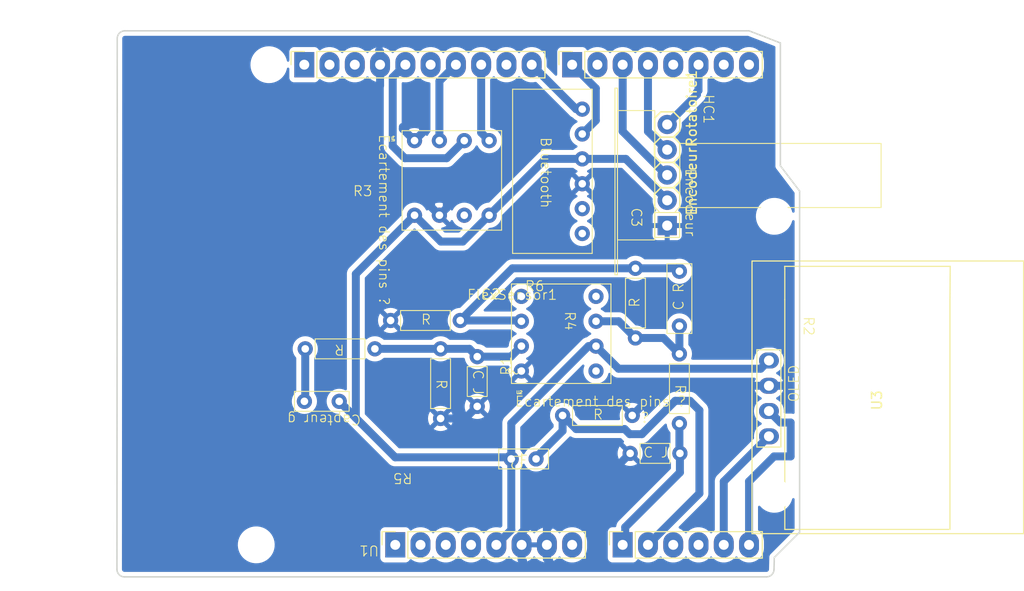
<source format=kicad_pcb>
(kicad_pcb (version 20221018) (generator pcbnew)
  (title_block (date "mar. 31 mars 2015"))
  (layers (0 "F.Cu" signal) (31 "B.Cu" signal) (34 "B.Paste" user) (35 "F.Paste" user) (36 "B.SilkS" user "B.Silkscreen") (37 "F.SilkS" user "F.Silkscreen") (38 "B.Mask" user) (39 "F.Mask" user) (44 "Edge.Cuts" user))
  (net 0 "")
  (net 1 "GND")
  (net 3 "+5V")
  (net 4 "/IOREF")
  (net 5 "Net-(U2-OUT)")
  (net 6 "Net-(U2--IN)")
  (net 7 "/A2")
  (net 8 "/A3")
  (net 9 "A0")
  (net 10 "Net-(U2-+IN)")
  (net 11 "A1")
  (net 12 "/12")
  (net 13 "/AREF")
  (net 14 "D8")
  (net 15 "D7")
  (net 16 "A5")
  (net 17 "A4")
  (net 18 "/*9")
  (net 19 "D13")
  (net 20 "D11")
  (net 21 "/*6")
  (net 22 "D10")
  (net 23 "/TX{slash}1")
  (net 24 "/*3")
  (net 25 "/RX{slash}0")
  (net 26 "VCC")
  (net 27 "/~{RESET}")
  (net 28 "D5")
  (net 29 "D4")
  (net 30 "D2")
  (net 31 "Net-(U1-A0)")
  (net 36 "+3V3")
  (footprint "Connector_PinSocket_2.54mm:PinSocket_1x08_P2.54mm_Vertical" (layer "F.Cu") (at 127.94 97.46 90)
    (fp_text reference "J1" hide)
    (fp_text value "Power")
    (fp_line (start -1.33 1.27) (end -1.33 19.11) (stroke (width 0.12)) (layer "F.SilkS"))
    (fp_line (start -1.33 1.27) (end 1.33 1.27) (stroke (width 0.12)) (layer "F.SilkS"))
    (fp_line (start -1.33 19.11) (end 1.33 19.11) (stroke (width 0.12)) (layer "F.SilkS"))
    (fp_line (start 0 -1.33) (end 1.33 -1.33) (stroke (width 0.12)) (layer "F.SilkS"))
    (fp_line (start 1.33 -1.33) (end 1.33 0) (stroke (width 0.12)) (layer "F.SilkS"))
    (fp_line (start 1.33 1.27) (end 1.33 19.11) (stroke (width 0.12)) (layer "F.SilkS"))
    (pad "1" thru_hole rect locked (at 0 0 90) (size 2.54 2) (drill 1) (layers "*.Cu" "*.Mask"))
    (pad "2" thru_hole oval locked (at 0 2.54 90) (size 2.54 2) (drill 1) (layers "*.Cu" "*.Mask") (net 4 "/IOREF"))
    (pad "3" thru_hole oval locked (at 0 5.08 90) (size 2.54 2) (drill 1) (layers "*.Cu" "*.Mask") (net 27 "/~{RESET}"))
    (pad "4" thru_hole oval locked (at 0 7.62 90) (size 2.54 2) (drill 1) (layers "*.Cu" "*.Mask") (net 36 "+3V3"))
    (pad "5" thru_hole oval locked (at 0 10.16 90) (size 2.54 2) (drill 1) (layers "*.Cu" "*.Mask") (net 3 "+5V"))
    (pad "6" thru_hole oval locked (at 0 12.7 90) (size 2.54 2) (drill 1) (layers "*.Cu" "*.Mask") (net 1 "GND"))
    (pad "7" thru_hole oval locked (at 0 15.24 90) (size 2.54 2) (drill 1) (layers "*.Cu" "*.Mask") (net 1 "GND"))
    (pad "8" thru_hole oval locked (at 0 17.78 90) (size 2.54 2) (drill 1) (layers "*.Cu" "*.Mask") (net 26 "VCC"))
  )
  (footprint "Connector_PinSocket_2.54mm:PinSocket_1x06_P2.54mm_Vertical" (layer "F.Cu") (at 150.8 97.46 90)
    (fp_text reference "J3" hide)
    (fp_text value "Analog")
    (fp_line (start -1.33 1.27) (end -1.33 14.03) (stroke (width 0.12)) (layer "F.SilkS"))
    (fp_line (start -1.33 1.27) (end 1.33 1.27) (stroke (width 0.12)) (layer "F.SilkS"))
    (fp_line (start -1.33 14.03) (end 1.33 14.03) (stroke (width 0.12)) (layer "F.SilkS"))
    (fp_line (start 0 -1.33) (end 1.33 -1.33) (stroke (width 0.12)) (layer "F.SilkS"))
    (fp_line (start 1.33 -1.33) (end 1.33 0) (stroke (width 0.12)) (layer "F.SilkS"))
    (fp_line (start 1.33 1.27) (end 1.33 14.03) (stroke (width 0.12)) (layer "F.SilkS"))
    (pad "1" thru_hole rect locked (at 0 0 90) (size 2.54 2) (drill 1) (layers "*.Cu" "*.Mask") (net 9 "A0"))
    (pad "2" thru_hole oval locked (at 0 2.54 90) (size 2.54 2) (drill 1) (layers "*.Cu" "*.Mask") (net 11 "A1"))
    (pad "3" thru_hole oval locked (at 0 5.08 90) (size 2.54 2) (drill 1) (layers "*.Cu" "*.Mask") (net 7 "/A2"))
    (pad "4" thru_hole oval locked (at 0 7.62 90) (size 2.54 2) (drill 1) (layers "*.Cu" "*.Mask") (net 8 "/A3"))
    (pad "5" thru_hole oval locked (at 0 10.16 90) (size 2.54 2) (drill 1) (layers "*.Cu" "*.Mask") (net 17 "A4"))
    (pad "6" thru_hole oval locked (at 0 12.7 90) (size 2.54 2) (drill 1) (layers "*.Cu" "*.Mask") (net 16 "A5"))
  )
  (footprint "Connector_PinSocket_2.54mm:PinSocket_1x10_P2.54mm_Vertical" (layer "F.Cu") (at 118.796 49.2 90)
    (fp_text reference "J2" hide)
    (fp_text value "Digital/PWM")
    (fp_line (start -1.33 1.27) (end -1.33 24.19) (stroke (width 0.12)) (layer "F.SilkS"))
    (fp_line (start -1.33 1.27) (end 1.33 1.27) (stroke (width 0.12)) (layer "F.SilkS"))
    (fp_line (start -1.33 24.19) (end 1.33 24.19) (stroke (width 0.12)) (layer "F.SilkS"))
    (fp_line (start 0 -1.33) (end 1.33 -1.33) (stroke (width 0.12)) (layer "F.SilkS"))
    (fp_line (start 1.33 -1.33) (end 1.33 0) (stroke (width 0.12)) (layer "F.SilkS"))
    (fp_line (start 1.33 1.27) (end 1.33 24.19) (stroke (width 0.12)) (layer "F.SilkS"))
    (pad "1" thru_hole rect locked (at 0 0 90) (size 2.54 2) (drill 1) (layers "*.Cu" "*.Mask"))
    (pad "2" thru_hole oval locked (at 0 2.54 90) (size 2.54 2) (drill 1) (layers "*.Cu" "*.Mask"))
    (pad "3" thru_hole oval locked (at 0 5.08 90) (size 2.54 2) (drill 1) (layers "*.Cu" "*.Mask") (net 13 "/AREF"))
    (pad "4" thru_hole oval locked (at 0 7.62 90) (size 2.54 2) (drill 1) (layers "*.Cu" "*.Mask") (net 1 "GND"))
    (pad "5" thru_hole oval locked (at 0 10.16 90) (size 2.54 2) (drill 1) (layers "*.Cu" "*.Mask") (net 19 "D13"))
    (pad "6" thru_hole oval locked (at 0 12.7 90) (size 2.54 2) (drill 1) (layers "*.Cu" "*.Mask") (net 12 "/12"))
    (pad "7" thru_hole oval locked (at 0 15.24 90) (size 2.54 2) (drill 1) (layers "*.Cu" "*.Mask") (net 20 "D11"))
    (pad "8" thru_hole oval locked (at 0 17.78 90) (size 2.54 2) (drill 1) (layers "*.Cu" "*.Mask") (net 22 "D10"))
    (pad "9" thru_hole oval locked (at 0 20.32 90) (size 2.54 2) (drill 1) (layers "*.Cu" "*.Mask") (net 18 "/*9"))
    (pad "10" thru_hole oval locked (at 0 22.86 90) (size 2.54 2) (drill 1) (layers "*.Cu" "*.Mask") (net 14 "D8"))
  )
  (footprint "Connector_PinSocket_2.54mm:PinSocket_1x08_P2.54mm_Vertical" (layer "F.Cu") (at 145.72 49.2 90)
    (fp_text reference "J4" hide)
    (fp_text value "Digital/PWM")
    (fp_line (start -1.33 1.27) (end -1.33 19.11) (stroke (width 0.12)) (layer "F.SilkS"))
    (fp_line (start -1.33 1.27) (end 1.33 1.27) (stroke (width 0.12)) (layer "F.SilkS"))
    (fp_line (start -1.33 19.11) (end 1.33 19.11) (stroke (width 0.12)) (layer "F.SilkS"))
    (fp_line (start 0 -1.33) (end 1.33 -1.33) (stroke (width 0.12)) (layer "F.SilkS"))
    (fp_line (start 1.33 -1.33) (end 1.33 0) (stroke (width 0.12)) (layer "F.SilkS"))
    (fp_line (start 1.33 1.27) (end 1.33 19.11) (stroke (width 0.12)) (layer "F.SilkS"))
    (pad "1" thru_hole rect locked (at 0 0 90) (size 2.54 2) (drill 1) (layers "*.Cu" "*.Mask") (net 15 "D7"))
    (pad "2" thru_hole oval locked (at 0 2.54 90) (size 2.54 2) (drill 1) (layers "*.Cu" "*.Mask") (net 21 "/*6"))
    (pad "3" thru_hole oval locked (at 0 5.08 90) (size 2.54 2) (drill 1) (layers "*.Cu" "*.Mask") (net 28 "D5"))
    (pad "4" thru_hole oval locked (at 0 7.62 90) (size 2.54 2) (drill 1) (layers "*.Cu" "*.Mask") (net 29 "D4"))
    (pad "5" thru_hole oval locked (at 0 10.16 90) (size 2.54 2) (drill 1) (layers "*.Cu" "*.Mask") (net 24 "/*3"))
    (pad "6" thru_hole oval locked (at 0 12.7 90) (size 2.54 2) (drill 1) (layers "*.Cu" "*.Mask") (net 30 "D2"))
    (pad "7" thru_hole oval locked (at 0 15.24 90) (size 2.54 2) (drill 1) (layers "*.Cu" "*.Mask") (net 23 "/TX{slash}1"))
    (pad "8" thru_hole oval locked (at 0 17.78 90) (size 2.54 2) (drill 1) (layers "*.Cu" "*.Mask") (net 25 "/RX{slash}0"))
  )
  (footprint "MOSH_empreintes:Capa rouge" (layer "F.Cu") (at 156.5004 75.4596 90)
    (fp_text reference "C1" (at -13.6 -16.3 90 unlocked) (layer "F.SilkS") (effects (font (thickness 0.1))))
    (fp_text value "C")
    (fp_text user "C R" (at 1.5 0.5 90 unlocked) (layer "F.SilkS") (effects (font (thickness 0.1)) (justify left bottom)))
    (fp_line (start -0.75 -1.25) (end -0.75 1.25) (stroke (width 0.1)) (layer "F.SilkS"))
    (fp_line (start -0.75 1.25) (end 6.25 1.25) (stroke (width 0.1)) (layer "F.SilkS"))
    (fp_line (start 6.25 -1.25) (end -0.75 -1.25) (stroke (width 0.1)) (layer "F.SilkS"))
    (fp_line (start 6.25 1.25) (end 6.25 -1.25) (stroke (width 0.1)) (layer "F.SilkS"))
    (pad "1" thru_hole circle (at 0 0 90) (size 1.524 1.524) (drill 0.762) (layers "*.Cu" "*.Mask") (net 5 "Net-(U2-OUT)"))
    (pad "2" thru_hole circle (at 5.5 0 90) (size 1.524 1.524) (drill 0.762) (layers "*.Cu" "*.Mask") (net 6 "Net-(U2--IN)"))
  )
  (footprint "MOSH_empreintes:LTC1050 et MCP" (layer "F.Cu") (at 139.6184 81.2386)
    (fp_text reference "U2" (at 0.8 0.9) (layer "F.SilkS") (effects (font (size 0.314961 0.314961))))
    (fp_text value "LTC1050")
    (fp_text user "Écartement des pins ?" (at 0.3 2.4 unlocked) (layer "F.SilkS") (effects (font (thickness 0.1)) (justify left bottom)))
    (fp_line (start 0 -10) (end 10 -10) (stroke (width 0.1)) (layer "F.SilkS"))
    (fp_line (start 0 0) (end 0 -10) (stroke (width 0.1)) (layer "F.SilkS"))
    (fp_line (start 10 -10) (end 10 0) (stroke (width 0.1)) (layer "F.SilkS"))
    (fp_line (start 10 0) (end 0 0) (stroke (width 0.1)) (layer "F.SilkS"))
    (pad "1" thru_hole circle (at 1 -8.75) (size 1.524 1.524) (drill 0.762) (layers "*.Cu" "*.Mask"))
    (pad "2" thru_hole circle (at 1 -6.25) (size 1.524 1.524) (drill 0.762) (layers "*.Cu" "*.Mask") (net 6 "Net-(U2--IN)"))
    (pad "3" thru_hole circle (at 1 -3.75) (size 1.524 1.524) (drill 0.762) (layers "*.Cu" "*.Mask") (net 10 "Net-(U2-+IN)"))
    (pad "4" thru_hole circle (at 1 -1.25) (size 1.524 1.524) (drill 0.762) (layers "*.Cu" "*.Mask") (net 1 "GND"))
    (pad "5" thru_hole circle (at 8.5 -8.75) (size 1.524 1.524) (drill 0.762) (layers "*.Cu" "*.Mask"))
    (pad "6" thru_hole circle (at 8.5 -6.25) (size 1.524 1.524) (drill 0.762) (layers "*.Cu" "*.Mask") (net 5 "Net-(U2-OUT)"))
    (pad "7" thru_hole circle (at 8.5 -3.75) (size 1.524 1.524) (drill 0.762) (layers "*.Cu" "*.Mask") (net 3 "+5V"))
    (pad "8" thru_hole circle (at 8.5 -1.25) (size 1.524 1.524) (drill 0.762) (layers "*.Cu" "*.Mask"))
  )
  (footprint "Arduino_MountingHole:MountingHole_3.2mm" (layer "F.Cu") (at 115.24 49.2)
    (fp_text reference "MH1" hide)
    (fp_text value "MountingHole_3.2mm" hide)
    (pad "" np_thru_hole circle locked (at 0 0) (size 3.2 3.2) (drill 3.2) (layers "*.Cu" "*.Mask"))
  )
  (footprint "MOSH_empreintes:LTC1050 et MCP" (layer "F.Cu") (at 128.628 55.8316 -90)
    (fp_text reference "U4" (at 0.8 0.9 -90) (layer "F.SilkS") (effects (font (size 0.314961 0.314961))))
    (fp_text value "MCP41100")
    (fp_text user "Écartement des pins ?" (at 0.3 2.4 -90 unlocked) (layer "F.SilkS") (effects (font (thickness 0.1)) (justify left bottom)))
    (fp_line (start 0 -10) (end 10 -10) (stroke (width 0.1)) (layer "F.SilkS"))
    (fp_line (start 0 0) (end 0 -10) (stroke (width 0.1)) (layer "F.SilkS"))
    (fp_line (start 10 -10) (end 10 0) (stroke (width 0.1)) (layer "F.SilkS"))
    (fp_line (start 10 0) (end 0 0) (stroke (width 0.1)) (layer "F.SilkS"))
    (pad "1" thru_hole circle (at 1 -8.75 270) (size 1.524 1.524) (drill 0.762) (layers "*.Cu" "*.Mask") (net 22 "D10"))
    (pad "2" thru_hole circle (at 1 -6.25 270) (size 1.524 1.524) (drill 0.762) (layers "*.Cu" "*.Mask") (net 19 "D13"))
    (pad "3" thru_hole circle (at 1 -3.75 270) (size 1.524 1.524) (drill 0.762) (layers "*.Cu" "*.Mask") (net 20 "D11"))
    (pad "4" thru_hole circle (at 1 -1.25 270) (size 1.524 1.524) (drill 0.762) (layers "*.Cu" "*.Mask") (net 1 "GND"))
    (pad "5" thru_hole circle (at 8.5 -8.75 270) (size 1.524 1.524) (drill 0.762) (layers "*.Cu" "*.Mask") (net 3 "+5V"))
    (pad "6" thru_hole circle (at 8.5 -6.25 270) (size 1.524 1.524) (drill 0.762) (layers "*.Cu" "*.Mask"))
    (pad "7" thru_hole circle (at 8.5 -3.75 270) (size 1.524 1.524) (drill 0.762) (layers "*.Cu" "*.Mask") (net 1 "GND"))
    (pad "8" thru_hole circle (at 8.5 -1.25 270) (size 1.524 1.524) (drill 0.762) (layers "*.Cu" "*.Mask") (net 3 "+5V"))
  )
  (footprint "MOSH_empreintes:capteur graphite" (layer "F.Cu") (at 122.3094 83.0366 180)
    (fp_text reference "U1" (at -3 -15 180 unlocked) (layer "F.SilkS") (effects (font (thickness 0.1))))
    (fp_text value "~")
    (fp_text user "Capteur g" (at -2.25 -1.25 180 unlocked) (layer "F.SilkS") (effects (font (thickness 0.1)) (justify left bottom)))
    (fp_rect (start -1 -1) (end 4.5 1) (stroke (width 0.1)) (fill none) (layer "F.SilkS"))
    (pad "1" thru_hole circle (at 0 0 180) (size 1.524 1.524) (drill 0.762) (layers "*.Cu" "*.Mask") (net 3 "+5V"))
    (pad "2" thru_hole circle (at 3.5 0 180) (size 1.524 1.524) (drill 0.762) (layers "*.Cu" "*.Mask") (net 31 "Net-(U1-A0)"))
  )
  (footprint "MOSH_empreintes:Capteur FLEX" (layer "F.Cu") (at 139.5932 88.824)
    (fp_text reference "FlexSensor1" (at 0.1 -16.5 unlocked) (layer "F.SilkS") (effects (font (thickness 0.1))))
    (fp_text value "~")
    (fp_text user "F" (at 0.75 0.75 unlocked) (layer "F.SilkS") (effects (font (thickness 0.1)) (justify left bottom)))
    (fp_line (start -1.25 -1) (end -1.25 1) (stroke (width 0.1)) (layer "F.SilkS"))
    (fp_line (start -1.25 1) (end 3.75 1) (stroke (width 0.1)) (layer "F.SilkS"))
    (fp_line (start 3.75 -1) (end -1.25 -1) (stroke (width 0.1)) (layer "F.SilkS"))
    (fp_line (start 3.75 1) (end 3.75 -1) (stroke (width 0.1)) (layer "F.SilkS"))
    (pad "1" thru_hole circle (at 0 0) (size 1.524 1.524) (drill 0.762) (layers "*.Cu" "*.Mask") (net 3 "+5V"))
    (pad "2" thru_hole circle (at 2.5 0) (size 1.524 1.524) (drill 0.762) (layers "*.Cu" "*.Mask") (net 11 "A1"))
  )
  (footprint "MOSH_empreintes:Capa jaune" (layer "F.Cu") (at 136.1804 78.5446 -90)
    (fp_text reference "C3" (at -14 -16 -90 unlocked) (layer "F.SilkS") (effects (font (thickness 0.1))))
    (fp_text value "C")
    (fp_text user "?" (at 1 -3 -90 unlocked) (layer "F.SilkS") (effects (font (thickness 0.1)) (justify left bottom)))
    (fp_text user "C J" (at 1.25 0.5 -90 unlocked) (layer "F.SilkS") (effects (font (thickness 0.1)) (justify left bottom)))
    (fp_rect (start 1 -1) (end 4 1) (stroke (width 0.1)) (fill none) (layer "F.SilkS"))
    (pad "1" thru_hole circle (at 0 0 270) (size 1.524 1.524) (drill 0.762) (layers "*.Cu" "*.Mask") (net 10 "Net-(U2-+IN)"))
    (pad "2" thru_hole circle (at 5 0 270) (size 1.524 1.524) (drill 0.762) (layers "*.Cu" "*.Mask") (net 1 "GND"))
  )
  (footprint "MOSH_empreintes:OLED SCREEN" (layer "F.Cu") (at 176.0984 82.9312 90)
    (fp_text reference "U3" (at 0 0.254 90) (layer "F.SilkS"))
    (fp_text value "~" hide)
    (fp_text user "OLED" (at -0.25 -7.5 90 unlocked) (layer "F.SilkS") (effects (font (thickness 0.1)) (justify left bottom)))
    (fp_line (start -13.4 -12.3) (end 14 -12.3) (stroke (width 0.12)) (layer "F.SilkS"))
    (fp_line (start -13.4 15) (end -13.4 -12.3) (stroke (width 0.12)) (layer "F.SilkS"))
    (fp_line (start -12.978 -9.005) (end 10.122 -9.005) (stroke (width 0.12)) (layer "F.SilkS"))
    (fp_line (start -12.978 7.595) (end -12.978 -9.005) (stroke (width 0.12)) (layer "F.SilkS"))
    (fp_line (start -4.699 -11.811) (end -4.699 -9.398) (stroke (width 0.12)) (layer "F.SilkS"))
    (fp_line (start -4.699 -11.811) (end 5.08 -11.811) (stroke (width 0.12)) (layer "F.SilkS"))
    (fp_line (start 5.08 -11.811) (end 5.08 -9.398) (stroke (width 0.12)) (layer "F.SilkS"))
    (fp_line (start 5.08 -9.398) (end -4.699 -9.398) (stroke (width 0.12)) (layer "F.SilkS"))
    (fp_line (start 10.122 -9.005) (end 13.208 -9.005) (stroke (width 0.12)) (layer "F.SilkS"))
    (fp_line (start 10.122 7.595) (end -12.978 7.595) (stroke (width 0.12)) (layer "F.SilkS"))
    (fp_line (start 10.122 7.595) (end 13.462 7.62) (stroke (width 0.12)) (layer "F.SilkS"))
    (fp_line (start 13.462 -9.017) (end 13.208 -9.005) (stroke (width 0.12)) (layer "F.SilkS"))
    (fp_line (start 13.462 7.62) (end 13.462 -9.017) (stroke (width 0.12)) (layer "F.SilkS"))
    (fp_line (start 14 -12.3) (end 14 15) (stroke (width 0.12)) (layer "F.SilkS"))
    (fp_line (start 14 15) (end -13.4 15) (stroke (width 0.12)) (layer "F.SilkS"))
    (pad "1" thru_hole oval (at -3.62 -10.6 180) (size 2 1.6) (drill 1) (layers "*.Cu" "*.Mask") (net 17 "A4"))
    (pad "2" thru_hole oval (at -1.08 -10.6 180) (size 2 1.6) (drill 1) (layers "*.Cu" "*.Mask") (net 16 "A5"))
    (pad "3" thru_hole oval (at 1.46 -10.6 180) (size 2 1.6) (drill 1) (layers "*.Cu" "*.Mask") (net 1 "GND"))
    (pad "4" thru_hole oval (at 4 -10.6 180) (size 2 1.6) (drill 1) (layers "*.Cu" "*.Mask") (net 3 "+5V"))
  )
  (footprint "MOSH_empreintes:R 65 2" (layer "F.Cu") (at 127.4734 74.9086)
    (fp_text reference "R3" (at -2.8 -13 unlocked) (layer "F.SilkS") (effects (font (thickness 0.1))))
    (fp_text value "R")
    (fp_text user "R" (at 3 0.5 unlocked) (layer "F.SilkS") (effects (font (thickness 0.1)) (justify left bottom)))
    (fp_line (start 1 -1) (end 1 1) (stroke (width 0.1)) (layer "F.SilkS"))
    (fp_line (start 1 1) (end 6 1) (stroke (width 0.1)) (layer "F.SilkS"))
    (fp_line (start 6 -1) (end 1 -1) (stroke (width 0.1)) (layer "F.SilkS"))
    (fp_line (start 6 1) (end 6 -1) (stroke (width 0.1)) (layer "F.SilkS"))
    (pad "1" thru_hole circle (at 0 0) (size 1.524 1.524) (drill 0.762) (layers "*.Cu" "*.Mask") (net 1 "GND"))
    (pad "2" thru_hole circle (at 7 0) (size 1.524 1.524) (drill 0.762) (layers "*.Cu" "*.Mask") (net 6 "Net-(U2--IN)"))
  )
  (footprint "MOSH_empreintes:R 65 2" (layer "F.Cu") (at 152.0808 76.6668 90)
    (fp_text reference "R1" (at -2.8 -13 90 unlocked) (layer "F.SilkS") (effects (font (thickness 0.1))))
    (fp_text value "R")
    (fp_text user "R" (at 3 0.5 90 unlocked) (layer "F.SilkS") (effects (font (thickness 0.1)) (justify left bottom)))
    (fp_line (start 1 -1) (end 1 1) (stroke (width 0.1)) (layer "F.SilkS"))
    (fp_line (start 1 1) (end 6 1) (stroke (width 0.1)) (layer "F.SilkS"))
    (fp_line (start 6 -1) (end 1 -1) (stroke (width 0.1)) (layer "F.SilkS"))
    (fp_line (start 6 1) (end 6 -1) (stroke (width 0.1)) (layer "F.SilkS"))
    (pad "1" thru_hole circle (at 0 0 90) (size 1.524 1.524) (drill 0.762) (layers "*.Cu" "*.Mask") (net 5 "Net-(U2-OUT)"))
    (pad "2" thru_hole circle (at 7 0 90) (size 1.524 1.524) (drill 0.762) (layers "*.Cu" "*.Mask") (net 6 "Net-(U2--IN)"))
  )
  (footprint "MOSH_empreintes:R 65 2" (layer "F.Cu") (at 156.5004 78.2666 -90)
    (fp_text reference "R2" (at -2.8 -13 -90 unlocked) (layer "F.SilkS") (effects (font (thickness 0.1))))
    (fp_text value "R")
    (fp_text user "R" (at 3 0.5 -90 unlocked) (layer "F.SilkS") (effects (font (thickness 0.1)) (justify left bottom)))
    (fp_line (start 1 -1) (end 1 1) (stroke (width 0.1)) (layer "F.SilkS"))
    (fp_line (start 1 1) (end 6 1) (stroke (width 0.1)) (layer "F.SilkS"))
    (fp_line (start 6 -1) (end 1 -1) (stroke (width 0.1)) (layer "F.SilkS"))
    (fp_line (start 6 1) (end 6 -1) (stroke (width 0.1)) (layer "F.SilkS"))
    (pad "1" thru_hole circle (at 0 0 270) (size 1.524 1.524) (drill 0.762) (layers "*.Cu" "*.Mask") (net 5 "Net-(U2-OUT)"))
    (pad "2" thru_hole circle (at 7 0 270) (size 1.524 1.524) (drill 0.762) (layers "*.Cu" "*.Mask") (net 9 "A0"))
  )
  (footprint "MOSH_empreintes:Bluetooth HC-05" (layer "F.Cu") (at 146.736 53.6672 -90)
    (fp_text reference "HC1" (at 0 -12.7 -90 unlocked) (layer "F.SilkS") (effects (font (thickness 0.1))))
    (fp_text value "~")
    (fp_text user "Bluetooth" (at 2.75 4.25 -90 unlocked) (layer "F.SilkS") (effects (font (thickness 0.1)) (justify left bottom)))
    (fp_line (start -2 7) (end 14.5 7) (stroke (width 0.1)) (layer "F.SilkS"))
    (fp_line (start 14.5 -1) (end -2 -1) (stroke (width 0.1)) (layer "F.SilkS"))
    (fp_line (start 14.5 7) (end 14.5 -1) (stroke (width 0.1)) (layer "F.SilkS"))
    (fp_rect (start -2 7) (end -2 -1) (stroke (width 0.1)) (fill none) (layer "F.SilkS"))
    (pad "1" thru_hole circle (at 0 0 270) (size 1.524 1.524) (drill 0.762) (layers "*.Cu" "*.Mask") (net 14 "D8"))
    (pad "2" thru_hole circle (at 2.5 0 270) (size 1.524 1.524) (drill 0.762) (layers "*.Cu" "*.Mask") (net 15 "D7"))
    (pad "3" thru_hole circle (at 5 0 270) (size 1.524 1.524) (drill 0.762) (layers "*.Cu" "*.Mask") (net 3 "+5V"))
    (pad "4" thru_hole circle (at 7.5 0 270) (size 1.524 1.524) (drill 0.762) (layers "*.Cu" "*.Mask") (net 1 "GND"))
    (pad "5" thru_hole circle (at 10 0 270) (size 1.524 1.524) (drill 0.762) (layers "*.Cu" "*.Mask"))
    (pad "6" thru_hole circle (at 12.5 0 270) (size 1.524 1.524) (drill 0.762) (layers "*.Cu" "*.Mask"))
  )
  (footprint "MOSH_empreintes:R 65 2" (layer "F.Cu") (at 125.8934 77.7586 180)
    (fp_text reference "R5" (at -2.8 -13 180 unlocked) (layer "F.SilkS") (effects (font (thickness 0.1))))
    (fp_text value "R")
    (fp_text user "R" (at 3 0.5 180 unlocked) (layer "F.SilkS") (effects (font (thickness 0.1)) (justify left bottom)))
    (fp_line (start 1 -1) (end 1 1) (stroke (width 0.1)) (layer "F.SilkS"))
    (fp_line (start 1 1) (end 6 1) (stroke (width 0.1)) (layer "F.SilkS"))
    (fp_line (start 6 -1) (end 1 -1) (stroke (width 0.1)) (layer "F.SilkS"))
    (fp_line (start 6 1) (end 6 -1) (stroke (width 0.1)) (layer "F.SilkS"))
    (pad "1" thru_hole circle (at 0 0 180) (size 1.524 1.524) (drill 0.762) (layers "*.Cu" "*.Mask") (net 10 "Net-(U2-+IN)"))
    (pad "2" thru_hole circle (at 7 0 180) (size 1.524 1.524) (drill 0.762) (layers "*.Cu" "*.Mask") (net 31 "Net-(U1-A0)"))
  )
  (footprint "MOSH_empreintes:R 65 2" (layer "F.Cu") (at 144.76 84.4552)
    (fp_text reference "R6" (at -2.8 -13 unlocked) (layer "F.SilkS") (effects (font (thickness 0.1))))
    (fp_text value "R")
    (fp_text user "R" (at 3 0.5 unlocked) (layer "F.SilkS") (effects (font (thickness 0.1)) (justify left bottom)))
    (fp_line (start 1 -1) (end 1 1) (stroke (width 0.1)) (layer "F.SilkS"))
    (fp_line (start 1 1) (end 6 1) (stroke (width 0.1)) (layer "F.SilkS"))
    (fp_line (start 6 -1) (end 1 -1) (stroke (width 0.1)) (layer "F.SilkS"))
    (fp_line (start 6 1) (end 6 -1) (stroke (width 0.1)) (layer "F.SilkS"))
    (pad "1" thru_hole circle (at 0 0) (size 1.524 1.524) (drill 0.762) (layers "*.Cu" "*.Mask") (net 11 "A1"))
    (pad "2" thru_hole circle (at 7 0) (size 1.524 1.524) (drill 0.762) (layers "*.Cu" "*.Mask") (net 1 "GND"))
  )
  (footprint "Arduino_MountingHole:MountingHole_3.2mm" (layer "F.Cu") (at 113.97 97.46)
    (fp_text reference "MH2" hide)
    (fp_text value "MountingHole_3.2mm" hide)
    (pad "" np_thru_hole circle locked (at 0 0) (size 3.2 3.2) (drill 3.2) (layers "*.Cu" "*.Mask"))
  )
  (footprint "MOSH_empreintes:Capa jaune" (layer "F.Cu") (at 151.5512 88.2652)
    (fp_text reference "C2" (at -14 -16 unlocked) (layer "F.SilkS") (effects (font (thickness 0.1))))
    (fp_text value "C")
    (fp_text user "?" (at 1 -3 unlocked) (layer "F.SilkS") (effects (font (thickness 0.1)) (justify left bottom)))
    (fp_text user "C J" (at 1.25 0.5 unlocked) (layer "F.SilkS") (effects (font (thickness 0.1)) (justify left bottom)))
    (fp_rect (start 1 -1) (end 4 1) (stroke (width 0.1)) (fill none) (layer "F.SilkS"))
    (pad "1" thru_hole circle (at 0 0) (size 1.524 1.524) (drill 0.762) (layers "*.Cu" "*.Mask") (net 1 "GND"))
    (pad "2" thru_hole circle (at 5 0) (size 1.524 1.524) (drill 0.762) (layers "*.Cu" "*.Mask") (net 9 "A0"))
  )
  (footprint "Arduino_MountingHole:MountingHole_3.2mm" (layer "F.Cu") (at 166.04 64.44)
    (fp_text reference "MH3" hide)
    (fp_text value "MountingHole_3.2mm" hide)
    (pad "" np_thru_hole circle locked (at 0 0) (size 3.2 3.2) (drill 3.2) (layers "*.Cu" "*.Mask"))
  )
  (footprint "MOSH_empreintes:R 65 2" (layer "F.Cu") (at 132.4974 77.7586 -90)
    (fp_text reference "R4" (at -2.8 -13 -90 unlocked) (layer "F.SilkS") (effects (font (thickness 0.1))))
    (fp_text value "R")
    (fp_text user "R" (at 3 0.5 -90 unlocked) (layer "F.SilkS") (effects (font (thickness 0.1)) (justify left bottom)))
    (fp_line (start 1 -1) (end 1 1) (stroke (width 0.1)) (layer "F.SilkS"))
    (fp_line (start 1 1) (end 6 1) (stroke (width 0.1)) (layer "F.SilkS"))
    (fp_line (start 6 -1) (end 1 -1) (stroke (width 0.1)) (layer "F.SilkS"))
    (fp_line (start 6 1) (end 6 -1) (stroke (width 0.1)) (layer "F.SilkS"))
    (pad "1" thru_hole circle (at 0 0 270) (size 1.524 1.524) (drill 0.762) (layers "*.Cu" "*.Mask") (net 10 "Net-(U2-+IN)"))
    (pad "2" thru_hole circle (at 7 0 270) (size 1.524 1.524) (drill 0.762) (layers "*.Cu" "*.Mask") (net 1 "GND"))
  )
  (footprint "Arduino_MountingHole:MountingHole_3.2mm" (layer "F.Cu") (at 166.04 92.38)
    (fp_text reference "MH4" hide)
    (fp_text value "MountingHole_3.2mm" hide)
    (pad "" np_thru_hole circle locked (at 0 0) (size 3.2 3.2) (drill 3.2) (layers "*.Cu" "*.Mask"))
  )
  (footprint "MOSH_empreintes:KY-040" (layer "F.Cu") (at 155.2734 61.5598 -90)
    (fp_text reference "EncodeurRotatoire1" (at -4.5212 -2.4638 90) (layer "F.SilkS"))
    (fp_text value "~")
    (fp_text user "Encodeur" (at -2 -1.75 -90 unlocked) (layer "F.SilkS") (effects (font (thickness 0.1)) (justify left bottom)))
    (fp_line (start -10 5) (end 8.75 5) (stroke (width 0.1)) (layer "F.SilkS"))
    (fp_line (start -10 5.25) (end -10 5) (stroke (width 0.1)) (layer "F.SilkS"))
    (fp_line (start -7.62 -0.635) (end -7.62 0.635) (stroke (width 0.1524)) (layer "F.SilkS"))
    (fp_line (start -7.62 0.635) (end -6.985 1.27) (stroke (width 0.1524)) (layer "F.SilkS"))
    (fp_line (start -6.985 -1.27) (end -7.62 -0.635) (stroke (width 0.1524)) (layer "F.SilkS"))
    (fp_line (start -6.985 -1.27) (end -5.715 -1.27) (stroke (width 0.1524)) (layer "F.SilkS"))
    (fp_line (start -5.715 -1.27) (end -5.08 -0.635) (stroke (width 0.1524)) (layer "F.SilkS"))
    (fp_line (start -5.715 1.27) (end -6.985 1.27) (stroke (width 0.1524)) (layer "F.SilkS"))
    (fp_line (start -5.08 -0.635) (end -5.08 0.635) (stroke (width 0.1524)) (layer "F.SilkS"))
    (fp_line (start -5.08 -0.635) (end -4.445 -1.27) (stroke (width 0.1524)) (layer "F.SilkS"))
    (fp_line (start -5.08 0.635) (end -5.715 1.27) (stroke (width 0.1524)) (layer "F.SilkS"))
    (fp_line (start -4.445 -1.27) (end -3.175 -1.27) (stroke (width 0.1524)) (layer "F.SilkS"))
    (fp_line (start -4.445 1.27) (end -5.08 0.635) (stroke (width 0.1524)) (layer "F.SilkS"))
    (fp_line (start -3.175 -1.27) (end -2.54 -0.635) (stroke (width 0.1524)) (layer "F.SilkS"))
    (fp_line (start -3.175 1.27) (end -4.445 1.27) (stroke (width 0.1524)) (layer "F.SilkS"))
    (fp_line (start -2.54 -0.635) (end -2.54 0.635) (stroke (width 0.1524)) (layer "F.SilkS"))
    (fp_line (start -2.54 -0.635) (end -1.905 -1.27) (stroke (width 0.1524)) (layer "F.SilkS"))
    (fp_line (start -2.54 0.635) (end -3.175 1.27) (stroke (width 0.1524)) (layer "F.SilkS"))
    (fp_line (start -1.905 -1.27) (end -0.635 -1.27) (stroke (width 0.1524)) (layer "F.SilkS"))
    (fp_line (start -1.905 1.27) (end -2.54 0.635) (stroke (width 0.1524)) (layer "F.SilkS"))
    (fp_line (start -0.635 -1.27) (end 0 -0.635) (stroke (width 0.1524)) (layer "F.SilkS"))
    (fp_line (start -0.635 1.27) (end -1.905 1.27) (stroke (width 0.1524)) (layer "F.SilkS"))
    (fp_line (start 0 -0.635) (end 0 0.635) (stroke (width 0.1524)) (layer "F.SilkS"))
    (fp_line (start 0 0.635) (end -0.635 1.27) (stroke (width 0.1524)) (layer "F.SilkS"))
    (fp_line (start 0 0.635) (end 0.635 1.27) (stroke (width 0.1524)) (layer "F.SilkS"))
    (fp_line (start 0 5.25) (end -10 5.25) (stroke (width 0.1)) (layer "F.SilkS"))
    (fp_line (start 0.635 -1.27) (end 0 -0.635) (stroke (width 0.1524)) (layer "F.SilkS"))
    (fp_line (start 0.635 -1.27) (end 1.905 -1.27) (stroke (width 0.1524)) (layer "F.SilkS"))
    (fp_line (start 1.905 -1.27) (end 2.5 -0.75) (stroke (width 0.1)) (layer "F.SilkS"))
    (fp_line (start 1.905 1.27) (end 0.635 1.27) (stroke (width 0.1524)) (layer "F.SilkS"))
    (fp_line (start 1.905 1.27) (end 2.5 0.75) (stroke (width 0.1)) (layer "F.SilkS"))
    (fp_line (start 8.75 5) (end 8.75 5.25) (stroke (width 0.1)) (layer "F.SilkS"))
    (fp_line (start 8.75 5.25) (end 0 5.25) (stroke (width 0.1)) (layer "F.SilkS"))
    (fp_rect (start -7.75 1.25) (end 5.25 5) (stroke (width 0.1)) (fill none) (layer "F.SilkS"))
    (fp_rect (start -4.445 -1.27) (end 2 -21.5) (stroke (width 0.1)) (fill none) (layer "F.SilkS"))
    (fp_rect (start 2.5 -1.25) (end 5 1.25) (stroke (width 0.1)) (fill none) (layer "F.SilkS"))
    (fp_rect (start 5 1.25) (end 2.5 -1.25) (stroke (width 0.1)) (fill none) (layer "F.SilkS"))
    (pad "1" thru_hole circle (at -6.35 0 270) (size 1.9304 1.9304) (drill 1.016) (layers "*.Cu" "*.Mask") (net 30 "D2"))
    (pad "2" thru_hole circle (at -3.81 0 270) (size 1.9304 1.9304) (drill 1.016) (layers "*.Cu" "*.Mask") (net 29 "D4"))
    (pad "3" thru_hole circle (at -1.27 0 270) (size 1.9304 1.9304) (drill 1.016) (layers "*.Cu" "*.Mask") (net 28 "D5"))
    (pad "4" thru_hole circle (at 1.27 0 270) (size 1.9304 1.9304) (drill 1.016) (layers "*.Cu" "*.Mask") (net 3 "+5V"))
    (pad "5" thru_hole rect (at 3.81 0 270) (size 1.9304 1.9304) (drill 1.016) (layers "*.Cu" "*.Mask") (net 1 "GND"))
  )
  (gr_line (start 166.6496 59.36) (end 168.58 61.9) (stroke (width 0.15)) (layer "Edge.Cuts"))
  (gr_line (start 99.969185 99.918385) (end 100 46.5584) (stroke (width 0.15)) (layer "Edge.Cuts"))
  (gr_line (start 168.58 61.9) (end 168.58 96.19) (stroke (width 0.15)) (layer "Edge.Cuts"))
  (gr_line (start 165.247185 100.680385) (end 100.731185 100.680385) (stroke (width 0.15)) (layer "Edge.Cuts"))
  (gr_line (start 100.762 45.7964) (end 163.5 45.7964) (stroke (width 0.15)) (layer "Edge.Cuts"))
  (gr_arc (start 100.731185 100.680385) (mid 100.19237 100.4572) (end 99.969185 99.918385) (stroke (width 0.15)) (layer "Edge.Cuts"))
  (gr_line (start 168.58 96.19) (end 166.04 98.73) (stroke (width 0.15)) (layer "Edge.Cuts"))
  (gr_line (start 163.5 45.7964) (end 166.6496 47.0156) (stroke (width 0.15)) (layer "Edge.Cuts"))
  (gr_arc (start 166.009185 99.918385) (mid 165.786 100.4572) (end 165.247185 100.680385) (stroke (width 0.15)) (layer "Edge.Cuts"))
  (gr_line (start 166.6496 47.0156) (end 166.6496 59.36) (stroke (width 0.15)) (layer "Edge.Cuts"))
  (gr_line (start 166.04 98.73) (end 166.009185 99.918385) (stroke (width 0.15)) (layer "Edge.Cuts"))
  (gr_arc (start 100 46.5584) (mid 100.223185 46.019585) (end 100.762 45.7964) (stroke (width 0.15)) (layer "Edge.Cuts"))
  (segment (start 140.64 97.46) (end 143.18 97.46) (width 0.2) (layer "F.Cu") (net 1))
  (segment (start 150.546 89.2704) (end 150.546 89.332) (width 0.8) (layer "B.Cu") (net 1))
  (segment (start 143.18 97.46) (end 143.18 95.8344) (width 0.8) (layer "B.Cu") (net 1))
  (segment (start 140.64 97.46) (end 140.64 96.2408) (width 0.8) (layer "B.Cu") (net 1))
  (segment (start 126.416 49.2) (end 126.416 51.2828) (width 0.8) (layer "B.Cu") (net 1))
  (segment (start 132.4974 84.7586) (end 134.9664 84.7586) (width 0.8) (layer "B.Cu") (net 1))
  (segment (start 140.64 96.2408) (end 141.402 95.4788) (width 0.8) (layer "B.Cu") (net 1))
  (segment (start 140.64 98.9476) (end 140.7924 99.1) (width 0.8) (layer "B.Cu") (net 1))
  (segment (start 165.4984 81.4712) (end 166.9412 81.4712) (width 0.8) (layer "B.Cu") (net 1))
  (segment (start 133.1216 63.588) (end 133.1216 63.0684) (width 0.8) (layer "B.Cu") (net 1))
  (segment (start 143.18 97.46) (end 143.18 98.846) (width 0.8) (layer "B.Cu") (net 1))
  (segment (start 126.416 47.8792) (end 126.3144 47.7776) (width 0.8) (layer "B.Cu") (net 1))
  (segment (start 152.7304 83.4848) (end 152.7304 83.2868) (width 0.8) (layer "B.Cu") (net 1))
  (segment (start 151.76 84.4552) (end 152.7304 83.4848) (width 0.8) (layer "B.Cu") (net 1))
  (segment (start 140.64 97.46) (end 140.64 98.9476) (width 0.8) (layer "B.Cu") (net 1))
  (segment (start 142.87 97.15) (end 143.18 97.46) (width 0.2) (layer "B.Cu") (net 1))
  (segment (start 166.9412 81.4712) (end 167.056 81.3564) (width 0.8) (layer "B.Cu") (net 1))
  (segment (start 143.18 98.846) (end 143.434 99.1) (width 0.8) (layer "B.Cu") (net 1))
  (segment (start 129.878 56.8316) (end 128.702 55.6556) (width 0.8) (layer "B.Cu") (net 1))
  (segment (start 165.4984 81.4712) (end 163.7408 81.4712) (width 0.8) (layer "B.Cu") (net 1))
  (segment (start 134.9664 84.7586) (end 136.1804 83.5446) (width 0.8) (layer "B.Cu") (net 1))
  (segment (start 128.702 55.6556) (end 128.702 55.4484) (width 0.8) (layer "B.Cu") (net 1))
  (segment (start 126.416 51.2828) (end 126.2128 51.486) (width 0.8) (layer "B.Cu") (net 1))
  (segment (start 132.378 64.3316) (end 131.5468 63.5004) (width 0.8) (layer "B.Cu") (net 1))
  (segment (start 132.378 64.3316) (end 133.1216 63.588) (width 0.8) (layer "B.Cu") (net 1))
  (segment (start 163.7408 81.4712) (end 163.6016 81.6104) (width 0.8) (layer "B.Cu") (net 1))
  (segment (start 130.734 55.9756) (end 130.734 55.3976) (width 0.8) (layer "B.Cu") (net 1))
  (segment (start 129.878 56.8316) (end 130.734 55.9756) (width 0.8) (layer "B.Cu") (net 1))
  (segment (start 151.5512 88.2652) (end 150.546 89.2704) (width 0.8) (layer "B.Cu") (net 1))
  (segment (start 131.5468 63.5004) (end 131.5468 63.0684) (width 0.8) (layer "B.Cu") (net 1))
  (segment (start 143.18 95.8344) (end 143.5356 95.4788) (width 0.8) (layer "B.Cu") (net 1))
  (segment (start 126.416 49.2) (end 126.416 47.8792) (width 0.8) (layer "B.Cu") (net 1))
  (segment (start 146.736 58.6672) (end 143.0424 58.6672) (width 0.8) (layer "B.Cu") (net 3))
  (segment (start 146.736 58.6672) (end 151.1108 58.6672) (width 0.8) (layer "B.Cu") (net 3))
  (segment (start 134.7296 66.98) (end 137.378 64.3316) (width 0.8) (layer "B.Cu") (net 3))
  (segment (start 143.0424 58.6672) (end 137.378 64.3316) (width 0.8) (layer "B.Cu") (net 3))
  (segment (start 123.9798 84.707) (end 127.9336 88.6608) (width 0.8) (layer "B.Cu") (net 3))
  (segment (start 151.1108 58.6672) (end 155.2734 62.8298) (width 0.8) (layer "B.Cu") (net 3))
  (segment (start 129.878 64.3316) (end 132.5264 66.98) (width 0.8) (layer "B.Cu") (net 3))
  (segment (start 132.5264 66.98) (end 134.7296 66.98) (width 0.8) (layer "B.Cu") (net 3))
  (segment (start 129.878 64.3316) (end 123.9798 70.2298) (width 0.8) (layer "B.Cu") (net 3))
  (segment (start 150.386493 79.756693) (end 164.672907 79.756693) (width 0.8) (layer "B.Cu") (net 3))
  (segment (start 127.9336 88.6608) (end 139.604 88.6608) (width 0.8) (layer "B.Cu") (net 3))
  (segment (start 139.604 95.956) (end 138.1 97.46) (width 0.8) (layer "B.Cu") (net 3))
  (segment (start 139.604 88.6608) (end 139.604 95.956) (width 0.8) (layer "B.Cu") (net 3))
  (segment (start 122.3094 83.0366) (end 123.9798 84.707) (width 0.8) (layer "B.Cu") (net 3))
  (segment (start 164.672907 79.756693) (end 165.4984 78.9312) (width 0.8) (layer "B.Cu") (net 3))
  (segment (start 139.604 85.241) (end 147.3564 77.4886) (width 0.8) (layer "B.Cu") (net 3))
  (segment (start 139.604 88.6608) (end 139.604 85.241) (width 0.8) (layer "B.Cu") (net 3))
  (segment (start 148.1184 77.4886) (end 150.386493 79.756693) (width 0.8) (layer "B.Cu") (net 3))
  (segment (start 123.9798 70.2298) (end 123.9798 84.707) (width 0.8) (layer "B.Cu") (net 3))
  (segment (start 147.3564 77.4886) (end 148.1184 77.4886) (width 0.8) (layer "B.Cu") (net 3))
  (segment (start 150.4026 74.9886) (end 152.0808 76.6668) (width 0.8) (layer "B.Cu") (net 5))
  (segment (start 155.9774 78.2666) (end 156.5004 78.2666) (width 0.2) (layer "B.Cu") (net 5))
  (segment (start 154.9006 76.6668) (end 156.5004 78.2666) (width 0.8) (layer "B.Cu") (net 5))
  (segment (start 152.0808 76.6668) (end 154.9006 76.6668) (width 0.8) (layer "B.Cu") (net 5))
  (segment (start 148.1184 74.9886) (end 150.4026 74.9886) (width 0.8) (layer "B.Cu") (net 5))
  (segment (start 156.5004 75.4596) (end 156.5004 78.2666) (width 0.8) (layer "B.Cu") (net 5))
  (segment (start 152.0808 69.6668) (end 156.2076 69.6668) (width 0.8) (layer "B.Cu") (net 6))
  (segment (start 140.5384 74.9086) (end 140.6184 74.9886) (width 0.8) (layer "B.Cu") (net 6))
  (segment (start 152.0808 69.6668) (end 139.7152 69.6668) (width 0.8) (layer "B.Cu") (net 6))
  (segment (start 156.2076 69.6668) (end 156.5004 69.9596) (width 0.8) (layer "B.Cu") (net 6))
  (segment (start 134.4734 74.9086) (end 140.5384 74.9086) (width 0.8) (layer "B.Cu") (net 6))
  (segment (start 139.7152 69.6668) (end 134.4734 74.9086) (width 0.8) (layer "B.Cu") (net 6))
  (segment (start 156.5004 88.2144) (end 156.5512 88.2652) (width 0.8) (layer "B.Cu") (net 9))
  (segment (start 150.8 96.9012) (end 151.054 96.6472) (width 0.8) (layer "B.Cu") (net 9))
  (segment (start 156.5512 88.2652) (end 156.5512 90.184584) (width 0.8) (layer "B.Cu") (net 9))
  (segment (start 156.5512 90.184584) (end 151.054 95.681784) (width 0.8) (layer "B.Cu") (net 9))
  (segment (start 150.8 97.46) (end 150.8 96.9012) (width 0.8) (layer "B.Cu") (net 9))
  (segment (start 156.5004 85.2666) (end 156.5004 88.2144) (width 0.8) (layer "B.Cu") (net 9))
  (segment (start 151.054 96.6472) (end 151.054 95.681784) (width 0.8) (layer "B.Cu") (net 9))
  (segment (start 132.4974 77.7586) (end 135.3944 77.7586) (width 0.8) (layer "B.Cu") (net 10))
  (segment (start 135.3944 77.7586) (end 136.1804 78.5446) (width 0.8) (layer "B.Cu") (net 10))
  (segment (start 139.5624 78.5446) (end 140.6184 77.4886) (width 0.8) (layer "B.Cu") (net 10))
  (segment (start 136.1804 78.5446) (end 139.5624 78.5446) (width 0.8) (layer "B.Cu") (net 10))
  (segment (start 125.8934 77.7586) (end 132.4974 77.7586) (width 0.8) (layer "B.Cu") (net 10))
  (segment (start 144.76 84.4552) (end 146.128784 85.823984) (width 0.8) (layer "B.Cu") (net 11))
  (segment (start 142.053 88.6098) (end 142.104 88.6608) (width 0.2) (layer "B.Cu") (net 11))
  (segment (start 146.128784 85.823984) (end 151.000384 85.823984) (width 0.8) (layer "B.Cu") (net 11))
  (segment (start 158.510893 92.289107) (end 153.34 97.46) (width 0.8) (layer "B.Cu") (net 11))
  (segment (start 157.5564 82.982) (end 158.510893 83.936493) (width 0.8) (layer "B.Cu") (net 11))
  (segment (start 156.0832 82.982) (end 157.5564 82.982) (width 0.8) (layer "B.Cu") (net 11))
  (segment (start 151.000384 85.823984) (end 151.5112 86.3348) (width 0.8) (layer "B.Cu") (net 11))
  (segment (start 158.510893 83.936493) (end 158.510893 92.289107) (width 0.8) (layer "B.Cu") (net 11))
  (segment (start 144.76 84.4552) (end 144.76 86.0048) (width 0.8) (layer "B.Cu") (net 11))
  (segment (start 152.7304 86.3348) (end 156.0832 82.982) (width 0.8) (layer "B.Cu") (net 11))
  (segment (start 151.5112 86.3348) (end 152.7304 86.3348) (width 0.8) (layer "B.Cu") (net 11))
  (segment (start 144.76 86.0048) (end 142.104 88.6608) (width 0.8) (layer "B.Cu") (net 11))
  (segment (start 146.736 53.6672) (end 146.1232 53.6672) (width 0.8) (layer "B.Cu") (net 14))
  (segment (start 146.1232 53.6672) (end 141.656 49.2) (width 0.8) (layer "B.Cu") (net 14))
  (segment (start 148.098 51.578) (end 145.72 49.2) (width 0.8) (layer "B.Cu") (net 15))
  (segment (start 146.736 56.1672) (end 148.098 54.8052) (width 0.8) (layer "B.Cu") (net 15))
  (segment (start 148.098 54.8052) (end 148.098 51.578) (width 0.8) (layer "B.Cu") (net 15))
  (segment (start 166.6536 85.1664) (end 167.68 85.1664) (width 0.8) (layer "B.Cu") (net 16))
  (segment (start 165.4984 84.0112) (end 166.6536 85.1664) (width 0.8) (layer "B.Cu") (net 16))
  (segment (start 166.011889 88.57) (end 163.5 91.081889) (width 0.8) (layer "B.Cu") (net 16))
  (segment (start 167.68 88.57) (end 166.011889 88.57) (width 0.8) (layer "B.Cu") (net 16))
  (segment (start 167.68 85.1664) (end 167.68 88.57) (width 0.8) (layer "B.Cu") (net 16))
  (segment (start 163.5 91.081889) (end 163.5 97.46) (width 0.8) (layer "B.Cu") (net 16))
  (segment (start 160.96 91.0896) (end 160.96 97.46) (width 0.8) (layer "B.Cu") (net 17))
  (segment (start 165.4984 86.5512) (end 160.96 91.0896) (width 0.8) (layer "B.Cu") (net 17))
  (segment (start 128.9052 58.598) (end 127.686 57.3788) (width 0.8) (layer "B.Cu") (net 19))
  (segment (start 133.1116 58.598) (end 128.9052 58.598) (width 0.8) (layer "B.Cu") (net 19))
  (segment (start 127.686 50.47) (end 128.956 49.2) (width 0.8) (layer "B.Cu") (net 19))
  (segment (start 134.878 56.8316) (end 133.1116 58.598) (width 0.8) (layer "B.Cu") (net 19))
  (segment (start 127.686 57.3788) (end 127.686 50.47) (width 0.8) (layer "B.Cu") (net 19))
  (segment (start 132.378 56.8316) (end 132.378 50.858) (width 0.8) (layer "B.Cu") (net 20))
  (segment (start 132.378 50.858) (end 134.036 49.2) (width 0.8) (layer "B.Cu") (net 20))
  (segment (start 136.576 49.2) (end 136.576 56.0296) (width 0.8) (layer "B.Cu") (net 22))
  (segment (start 136.576 56.0296) (end 137.378 56.8316) (width 0.8) (layer "B.Cu") (net 22))
  (segment (start 150.8 55.9056) (end 150.8 49.2) (width 0.8) (layer "B.Cu") (net 28))
  (segment (start 155.2196 60.3252) (end 150.8 55.9056) (width 0.8) (layer "B.Cu") (net 28))
  (segment (start 155.2196 57.7852) (end 153.34 55.9056) (width 0.8) (layer "B.Cu") (net 29))
  (segment (start 153.34 55.9056) (end 153.34 49.2) (width 0.8) (layer "B.Cu") (net 29))
  (segment (start 157.8104 49.8096) (end 158.42 49.2) (width 0.8) (layer "B.Cu") (net 30))
  (segment (start 155.2196 55.2452) (end 158.2676 52.1972) (width 0.8) (layer "B.Cu") (net 30))
  (segment (start 158.42 51.7908) (end 158.42 49.2) (width 0.8) (layer "B.Cu") (net 30))
  (segment (start 158.2676 52.1972) (end 158.2676 51.9432) (width 0.8) (layer "B.Cu") (net 30))
  (segment (start 158.2676 51.9432) (end 158.42 51.7908) (width 0.8) (layer "B.Cu") (net 30))
  (segment (start 118.8934 82.9526) (end 118.8094 83.0366) (width 0.8) (layer "B.Cu") (net 31))
  (segment (start 118.8934 77.7586) (end 118.8934 82.9526) (width 0.8) (layer "B.Cu") (net 31))
  (zone (net 1) (net_name "GND") (layer "B.Cu") (connect_pads (clearance 0.5)) (min_thickness 0.25) (fill yes (thermal_gap 0.5) (thermal_bridge_width 0.5))
    (polygon (pts (xy 88.2144 43.0024) (xy 187.9348 42.6976) (xy 188.2396 101.3716) (xy 90.094 101.3716) (xy 88.57 43.0024)))
  )
)
</source>
